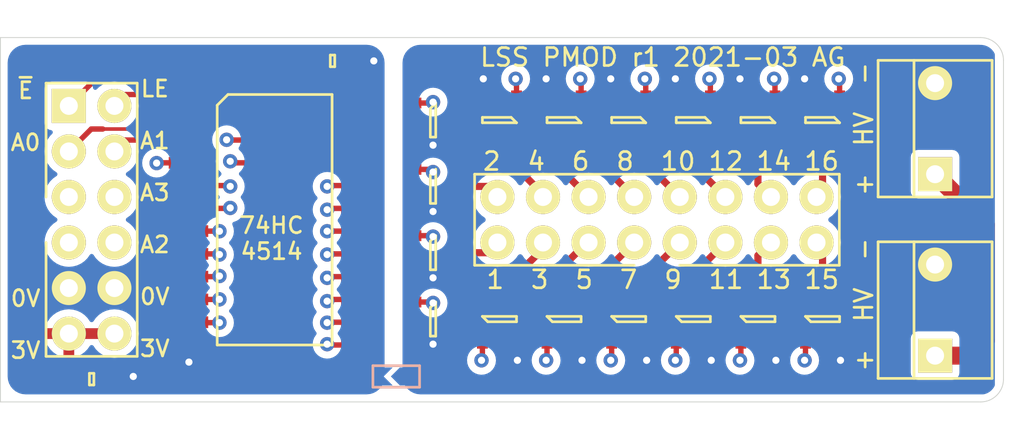
<source format=kicad_pcb>
(kicad_pcb (version 20210228) (generator pcbnew)
  (layers (0 "F.Cu" signal) (1 "In1.Cu" signal) (2 "In2.Cu" signal) (31 "B.Cu" signal) (35 "F.Paste" user) (37 "F.SilkS" user "F.Silkscreen") (38 "B.Mask" user) (39 "F.Mask" user) (44 "Edge.Cuts" user))
  (net 0 "")
  (net 1 "GND")
  (net 2 "3v3")
  (net 3 "/~E")
  (net 4 "/A3")
  (net 5 "/A2")
  (net 6 "/G11")
  (net 7 "/G12")
  (net 8 "/G9")
  (net 9 "/G10")
  (net 10 "/G15")
  (net 11 "/G16")
  (net 12 "/G13")
  (net 13 "/G14")
  (net 14 "/G1")
  (net 15 "/G3")
  (net 16 "/G2")
  (net 17 "/G4")
  (net 18 "/G5")
  (net 19 "/G6")
  (net 20 "/G7")
  (net 21 "/G8")
  (net 22 "/A1")
  (net 23 "/A0")
  (net 24 "/LE")
  (net 25 "Net-(J1-Pad1)")
  (net 26 "/HV-")
  (net 28 "/K16")
  (net 29 "/K15")
  (net 30 "/K14")
  (net 31 "/K13")
  (net 32 "/K12")
  (net 33 "/K11")
  (net 34 "/K10")
  (net 35 "/K9")
  (net 36 "/K8")
  (net 37 "/K7")
  (net 38 "/K6")
  (net 39 "/K5")
  (net 40 "/K4")
  (net 41 "/K3")
  (net 42 "/K2")
  (net 43 "/K1")
  (footprint "agg:DIL-254P-12" (layer "F.Cu") (at 106.68 111.76 -90)
    (fp_text reference "J3")
    (fp_text value "PMOD")
    (fp_line (start -7.62 -2.54) (end 7.62 -2.54) (layer "F.SilkS") (width 0.15))
    (fp_line (start -1.27 2.54) (end -7.62 2.54) (layer "F.SilkS") (width 0.15))
    (fp_line (start -7.62 2.54) (end -7.62 -2.54) (layer "F.SilkS") (width 0.15))
    (fp_line (start 7.62 2.54) (end 1.27 2.54) (layer "F.SilkS") (width 0.15))
    (fp_line (start 7.62 -2.54) (end 7.62 2.54) (layer "F.SilkS") (width 0.15))
    (pad "1" thru_hole rect (at -6.35 1.27 270) (size 1.9 1.9) (drill 1) (layers *.Cu *.Mask "F.SilkS") (net 3 "/~E"))
    (pad "2" thru_hole circle (at -6.35 -1.27 270) (size 1.9 1.9) (drill 1) (layers *.Cu *.Mask "F.SilkS") (net 24 "/LE"))
    (pad "3" thru_hole circle (at -3.81 1.27 270) (size 1.9 1.9) (drill 1) (layers *.Cu *.Mask "F.SilkS") (net 23 "/A0"))
    (pad "4" thru_hole circle (at -3.81 -1.27 270) (size 1.9 1.9) (drill 1) (layers *.Cu *.Mask "F.SilkS") (net 22 "/A1"))
    (pad "5" thru_hole circle (at -1.27 1.27 270) (size 1.9 1.9) (drill 1) (layers *.Cu *.Mask "F.SilkS"))
    (pad "6" thru_hole circle (at -1.27 -1.27 270) (size 1.9 1.9) (drill 1) (layers *.Cu *.Mask "F.SilkS") (net 4 "/A3"))
    (pad "7" thru_hole circle (at 1.27 1.27 270) (size 1.9 1.9) (drill 1) (layers *.Cu *.Mask "F.SilkS"))
    (pad "8" thru_hole circle (at 1.27 -1.27 270) (size 1.9 1.9) (drill 1) (layers *.Cu *.Mask "F.SilkS") (net 5 "/A2"))
    (pad "9" thru_hole circle (at 3.81 1.27 270) (size 1.9 1.9) (drill 1) (layers *.Cu *.Mask "F.SilkS") (net 1 "GND"))
    (pad "10" thru_hole circle (at 3.81 -1.27 270) (size 1.9 1.9) (drill 1) (layers *.Cu *.Mask "F.SilkS") (net 1 "GND"))
    (pad "11" thru_hole circle (at 6.35 1.27 270) (size 1.9 1.9) (drill 1) (layers *.Cu *.Mask "F.SilkS") (net 2 "3v3"))
    (pad "12" thru_hole circle (at 6.35 -1.27 270) (size 1.9 1.9) (drill 1) (layers *.Cu *.Mask "F.SilkS") (net 2 "3v3"))
  )
  (footprint "agg:MOLEX-KK-254P-03" (layer "F.Cu") (at 153.67 106.68 90)
    (fp_text reference "J2")
    (fp_text value "HV")
    (fp_line (start -3.81 3.175) (end -3.81 -3.175) (layer "F.SilkS") (width 0.15))
    (fp_line (start -3.81 -1.175) (end 3.81 -1.175) (layer "F.SilkS") (width 0.15))
    (fp_line (start 3.81 3.175) (end -3.81 3.175) (layer "F.SilkS") (width 0.15))
    (fp_line (start 3.81 -3.175) (end 3.81 3.175) (layer "F.SilkS") (width 0.15))
    (fp_line (start -3.81 -3.175) (end 3.81 -3.175) (layer "F.SilkS") (width 0.15))
    (pad "1" thru_hole rect (at -2.54 0 90) (size 1.9 1.9) (drill 1) (layers *.Cu *.Mask "F.SilkS") (net 25 "Net-(J1-Pad1)"))
    (pad "3" thru_hole circle (at 2.54 0 90) (size 1.9 1.9) (drill 1) (layers *.Cu *.Mask "F.SilkS") (net 26 "/HV-"))
  )
  (footprint "agg:SOT-23" (layer "F.Cu") (at 136.6 117.3 90)
    (fp_text reference "Q9")
    (fp_text value "DMN60H080DS-7")
    (fp_line (start -0.15 0.95) (end -0.15 -0.65) (layer "F.SilkS") (width 0.15))
    (fp_line (start 0.15 0.95) (end -0.15 0.95) (layer "F.SilkS") (width 0.15))
    (fp_line (start 0.15 -0.95) (end 0.15 -0.95) (layer "F.SilkS") (width 0.15))
    (fp_line (start 0.15 -0.95) (end 0.15 0.95) (layer "F.SilkS") (width 0.15))
    (fp_line (start -0.15 -0.65) (end 0.15 -0.95) (layer "F.SilkS") (width 0.15))
    (pad "1" smd rect (at -1.15 -0.95 90) (size 1 0.6) (layers "F.Cu" "F.Paste" "F.Mask") (net 8 "/G9"))
    (pad "2" smd rect (at -1.15 0.95 90) (size 1 0.6) (layers "F.Cu" "F.Paste" "F.Mask") (net 26 "/HV-"))
    (pad "3" smd rect (at 1.15 0 90) (size 1 0.6) (layers "F.Cu" "F.Paste" "F.Mask") (net 35 "/K9"))
  )
  (footprint "agg:SOT-23" (layer "F.Cu") (at 147.4 117.3 90)
    (fp_text reference "Q15")
    (fp_text value "DMN60H080DS-7")
    (fp_line (start 0.15 0.95) (end -0.15 0.95) (layer "F.SilkS") (width 0.15))
    (fp_line (start 0.15 -0.95) (end 0.15 -0.95) (layer "F.SilkS") (width 0.15))
    (fp_line (start 0.15 -0.95) (end 0.15 0.95) (layer "F.SilkS") (width 0.15))
    (fp_line (start -0.15 0.95) (end -0.15 -0.65) (layer "F.SilkS") (width 0.15))
    (fp_line (start -0.15 -0.65) (end 0.15 -0.95) (layer "F.SilkS") (width 0.15))
    (pad "1" smd rect (at -1.15 -0.95 90) (size 1 0.6) (layers "F.Cu" "F.Paste" "F.Mask") (net 10 "/G15"))
    (pad "2" smd rect (at -1.15 0.95 90) (size 1 0.6) (layers "F.Cu" "F.Paste" "F.Mask") (net 26 "/HV-"))
    (pad "3" smd rect (at 1.15 0 90) (size 1 0.6) (layers "F.Cu" "F.Paste" "F.Mask") (net 29 "/K15"))
  )
  (footprint "agg:SOT-23" (layer "F.Cu") (at 125.7 106.2)
    (fp_text reference "Q4")
    (fp_text value "DMN60H080DS-7")
    (fp_line (start -0.15 0.95) (end -0.15 -0.65) (layer "F.SilkS") (width 0.15))
    (fp_line (start -0.15 -0.65) (end 0.15 -0.95) (layer "F.SilkS") (width 0.15))
    (fp_line (start 0.15 -0.95) (end 0.15 0.95) (layer "F.SilkS") (width 0.15))
    (fp_line (start 0.15 -0.95) (end 0.15 -0.95) (layer "F.SilkS") (width 0.15))
    (fp_line (start 0.15 0.95) (end -0.15 0.95) (layer "F.SilkS") (width 0.15))
    (pad "1" smd rect (at -1.15 -0.95) (size 1 0.6) (layers "F.Cu" "F.Paste" "F.Mask") (net 17 "/G4"))
    (pad "2" smd rect (at -1.15 0.95) (size 1 0.6) (layers "F.Cu" "F.Paste" "F.Mask") (net 26 "/HV-"))
    (pad "3" smd rect (at 1.15 0) (size 1 0.6) (layers "F.Cu" "F.Paste" "F.Mask") (net 40 "/K4"))
  )
  (footprint "agg:SOT-23" (layer "F.Cu") (at 136.6 106.2 -90)
    (fp_text reference "Q10")
    (fp_text value "DMN60H080DS-7")
    (fp_line (start -0.15 0.95) (end -0.15 -0.65) (layer "F.SilkS") (width 0.15))
    (fp_line (start 0.15 -0.95) (end 0.15 0.95) (layer "F.SilkS") (width 0.15))
    (fp_line (start 0.15 0.95) (end -0.15 0.95) (layer "F.SilkS") (width 0.15))
    (fp_line (start -0.15 -0.65) (end 0.15 -0.95) (layer "F.SilkS") (width 0.15))
    (fp_line (start 0.15 -0.95) (end 0.15 -0.95) (layer "F.SilkS") (width 0.15))
    (pad "1" smd rect (at -1.15 -0.95 270) (size 1 0.6) (layers "F.Cu" "F.Paste" "F.Mask") (net 9 "/G10"))
    (pad "2" smd rect (at -1.15 0.95 270) (size 1 0.6) (layers "F.Cu" "F.Paste" "F.Mask") (net 26 "/HV-"))
    (pad "3" smd rect (at 1.15 0 270) (size 1 0.6) (layers "F.Cu" "F.Paste" "F.Mask") (net 34 "/K10"))
  )
  (footprint "agg:DIL-254P-16" (layer "F.Cu") (at 138.176 111.76)
    (fp_text reference "J4")
    (fp_text value "CATHODES")
    (fp_line (start 10.16 2.54) (end 1.27 2.54) (layer "F.SilkS") (width 0.15))
    (fp_line (start 10.16 -2.54) (end 10.16 2.54) (layer "F.SilkS") (width 0.15))
    (fp_line (start -1.27 2.54) (end -10.16 2.54) (layer "F.SilkS") (width 0.15))
    (fp_line (start -10.16 2.54) (end -10.16 -2.54) (layer "F.SilkS") (width 0.15))
    (fp_line (start -10.16 -2.54) (end 10.16 -2.54) (layer "F.SilkS") (width 0.15))
    (pad "1" thru_hole circle (at -8.89 1.27) (size 1.9 1.9) (drill 1) (layers *.Cu *.Mask "F.SilkS") (net 43 "/K1"))
    (pad "2" thru_hole circle (at -8.89 -1.27) (size 1.9 1.9) (drill 1) (layers *.Cu *.Mask "F.SilkS") (net 42 "/K2"))
    (pad "3" thru_hole circle (at -6.35 1.27) (size 1.9 1.9) (drill 1) (layers *.Cu *.Mask "F.SilkS") (net 41 "/K3"))
    (pad "4" thru_hole circle (at -6.35 -1.27) (size 1.9 1.9) (drill 1) (layers *.Cu *.Mask "F.SilkS") (net 40 "/K4"))
    (pad "5" thru_hole circle (at -3.81 1.27) (size 1.9 1.9) (drill 1) (layers *.Cu *.Mask "F.SilkS") (net 39 "/K5"))
    (pad "6" thru_hole circle (at -3.81 -1.27) (size 1.9 1.9) (drill 1) (layers *.Cu *.Mask "F.SilkS") (net 38 "/K6"))
    (pad "7" thru_hole circle (at -1.27 1.27) (size 1.9 1.9) (drill 1) (layers *.Cu *.Mask "F.SilkS") (net 37 "/K7"))
    (pad "8" thru_hole circle (at -1.27 -1.27) (size 1.9 1.9) (drill 1) (layers *.Cu *.Mask "F.SilkS") (net 36 "/K8"))
    (pad "9" thru_hole circle (at 1.27 1.27) (size 1.9 1.9) (drill 1) (layers *.Cu *.Mask "F.SilkS") (net 35 "/K9"))
    (pad "10" thru_hole circle (at 1.27 -1.27) (size 1.9 1.9) (drill 1) (layers *.Cu *.Mask "F.SilkS") (net 34 "/K10"))
    (pad "11" thru_hole circle (at 3.81 1.27) (size 1.9 1.9) (drill 1) (layers *.Cu *.Mask "F.SilkS") (net 33 "/K11"))
    (pad "12" thru_hole circle (at 3.81 -1.27) (size 1.9 1.9) (drill 1) (layers *.Cu *.Mask "F.SilkS") (net 32 "/K12"))
    (pad "13" thru_hole circle (at 6.35 1.27) (size 1.9 1.9) (drill 1) (layers *.Cu *.Mask "F.SilkS") (net 31 "/K13"))
    (pad "14" thru_hole circle (at 6.35 -1.27) (size 1.9 1.9) (drill 1) (layers *.Cu *.Mask "F.SilkS") (net 30 "/K14"))
    (pad "15" thru_hole circle (at 8.89 1.27) (size 1.9 1.9) (drill 1) (layers *.Cu *.Mask "F.SilkS") (net 29 "/K15"))
    (pad "16" thru_hole circle (at 8.89 -1.27) (size 1.9 1.9) (drill 1) (layers *.Cu *.Mask "F.SilkS") (net 28 "/K16"))
  )
  (footprint "agg:SOT-23" (layer "F.Cu") (at 125.7 113.6)
    (fp_text reference "Q1")
    (fp_text value "DMN60H080DS-7")
    (fp_line (start 0.15 -0.95) (end 0.15 0.95) (layer "F.SilkS") (width 0.15))
    (fp_line (start 0.15 -0.95) (end 0.15 -0.95) (layer "F.SilkS") (width 0.15))
    (fp_line (start -0.15 0.95) (end -0.15 -0.65) (layer "F.SilkS") (width 0.15))
    (fp_line (start 0.15 0.95) (end -0.15 0.95) (layer "F.SilkS") (width 0.15))
    (fp_line (start -0.15 -0.65) (end 0.15 -0.95) (layer "F.SilkS") (width 0.15))
    (pad "1" smd rect (at -1.15 -0.95) (size 1 0.6) (layers "F.Cu" "F.Paste" "F.Mask") (net 14 "/G1"))
    (pad "2" smd rect (at -1.15 0.95) (size 1 0.6) (layers "F.Cu" "F.Paste" "F.Mask") (net 26 "/HV-"))
    (pad "3" smd rect (at 1.15 0) (size 1 0.6) (layers "F.Cu" "F.Paste" "F.Mask") (net 43 "/K1"))
  )
  (footprint "agg:SOT-23" (layer "F.Cu") (at 125.7 109.9)
    (fp_text reference "Q2")
    (fp_text value "DMN60H080DS-7")
    (fp_line (start 0.15 0.95) (end -0.15 0.95) (layer "F.SilkS") (width 0.15))
    (fp_line (start -0.15 -0.65) (end 0.15 -0.95) (layer "F.SilkS") (width 0.15))
    (fp_line (start 0.15 -0.95) (end 0.15 0.95) (layer "F.SilkS") (width 0.15))
    (fp_line (start -0.15 0.95) (end -0.15 -0.65) (layer "F.SilkS") (width 0.15))
    (fp_line (start 0.15 -0.95) (end 0.15 -0.95) (layer "F.SilkS") (width 0.15))
    (pad "1" smd rect (at -1.15 -0.95) (size 1 0.6) (layers "F.Cu" "F.Paste" "F.Mask") (net 16 "/G2"))
    (pad "2" smd rect (at -1.15 0.95) (size 1 0.6) (layers "F.Cu" "F.Paste" "F.Mask") (net 26 "/HV-"))
    (pad "3" smd rect (at 1.15 0) (size 1 0.6) (layers "F.Cu" "F.Paste" "F.Mask") (net 42 "/K2"))
  )
  (footprint "agg:SOT-23" (layer "F.Cu") (at 143.8 117.3 90)
    (fp_text reference "Q13")
    (fp_text value "DMN60H080DS-7")
    (fp_line (start 0.15 -0.95) (end 0.15 0.95) (layer "F.SilkS") (width 0.15))
    (fp_line (start 0.15 0.95) (end -0.15 0.95) (layer "F.SilkS") (width 0.15))
    (fp_line (start 0.15 -0.95) (end 0.15 -0.95) (layer "F.SilkS") (width 0.15))
    (fp_line (start -0.15 0.95) (end -0.15 -0.65) (layer "F.SilkS") (width 0.15))
    (fp_line (start -0.15 -0.65) (end 0.15 -0.95) (layer "F.SilkS") (width 0.15))
    (pad "1" smd rect (at -1.15 -0.95 90) (size 1 0.6) (layers "F.Cu" "F.Paste" "F.Mask") (net 12 "/G13"))
    (pad "2" smd rect (at -1.15 0.95 90) (size 1 0.6) (layers "F.Cu" "F.Paste" "F.Mask") (net 26 "/HV-"))
    (pad "3" smd rect (at 1.15 0 90) (size 1 0.6) (layers "F.Cu" "F.Paste" "F.Mask") (net 31 "/K13"))
  )
  (footprint "agg:SOT-23" (layer "F.Cu") (at 147.4 106.2 -90)
    (fp_text reference "Q16")
    (fp_text value "DMN60H080DS-7")
    (fp_line (start -0.15 -0.65) (end 0.15 -0.95) (layer "F.SilkS") (width 0.15))
    (fp_line (start 0.15 -0.95) (end 0.15 0.95) (layer "F.SilkS") (width 0.15))
    (fp_line (start -0.15 0.95) (end -0.15 -0.65) (layer "F.SilkS") (width 0.15))
    (fp_line (start 0.15 0.95) (end -0.15 0.95) (layer "F.SilkS") (width 0.15))
    (fp_line (start 0.15 -0.95) (end 0.15 -0.95) (layer "F.SilkS") (width 0.15))
    (pad "1" smd rect (at -1.15 -0.95 270) (size 1 0.6) (layers "F.Cu" "F.Paste" "F.Mask") (net 11 "/G16"))
    (pad "2" smd rect (at -1.15 0.95 270) (size 1 0.6) (layers "F.Cu" "F.Paste" "F.Mask") (net 26 "/HV-"))
    (pad "3" smd rect (at 1.15 0 270) (size 1 0.6) (layers "F.Cu" "F.Paste" "F.Mask") (net 28 "/K16"))
  )
  (footprint "agg:SOT-23" (layer "F.Cu") (at 125.7 117.3)
    (fp_text reference "Q3")
    (fp_text value "DMN60H080DS-7")
    (fp_line (start 0.15 0.95) (end -0.15 0.95) (layer "F.SilkS") (width 0.15))
    (fp_line (start -0.15 0.95) (end -0.15 -0.65) (layer "F.SilkS") (width 0.15))
    (fp_line (start 0.15 -0.95) (end 0.15 -0.95) (layer "F.SilkS") (width 0.15))
    (fp_line (start 0.15 -0.95) (end 0.15 0.95) (layer "F.SilkS") (width 0.15))
    (fp_line (start -0.15 -0.65) (end 0.15 -0.95) (layer "F.SilkS") (width 0.15))
    (pad "1" smd rect (at -1.15 -0.95) (size 1 0.6) (layers "F.Cu" "F.Paste" "F.Mask") (net 15 "/G3"))
    (pad "2" smd rect (at -1.15 0.95) (size 1 0.6) (layers "F.Cu" "F.Paste" "F.Mask") (net 26 "/HV-"))
    (pad "3" smd rect (at 1.15 0) (size 1 0.6) (layers "F.Cu" "F.Paste" "F.Mask") (net 41 "/K3"))
  )
  (footprint "agg:0603" (layer "F.Cu") (at 106.68 120.65)
    (fp_text reference "C2")
    (fp_text value "100n")
    (fp_line (start 0.125 -0.325) (end 0.125 0.325) (layer "F.SilkS") (width 0.15))
    (fp_line (start -0.125 0.325) (end -0.125 -0.325) (layer "F.SilkS") (width 0.15))
    (fp_line (start -0.125 -0.325) (end 0.125 -0.325) (layer "F.SilkS") (width 0.15))
    (fp_line (start 0.125 0.325) (end -0.125 0.325) (layer "F.SilkS") (width 0.15))
    (pad "1" smd rect (at -0.8 0) (size 0.95 1) (layers "F.Cu" "F.Paste" "F.Mask") (net 2 "3v3"))
    (pad "2" smd rect (at 0.8 0) (size 0.95 1) (layers "F.Cu" "F.Paste" "F.Mask") (net 1 "GND"))
  )
  (footprint "agg:SOT-23" (layer "F.Cu") (at 133 117.3 90)
    (fp_text reference "Q7")
    (fp_text value "DMN60H080DS-7")
    (fp_line (start -0.15 -0.65) (end 0.15 -0.95) (layer "F.SilkS") (width 0.15))
    (fp_line (start 0.15 -0.95) (end 0.15 0.95) (layer "F.SilkS") (width 0.15))
    (fp_line (start -0.15 0.95) (end -0.15 -0.65) (layer "F.SilkS") (width 0.15))
    (fp_line (start 0.15 0.95) (end -0.15 0.95) (layer "F.SilkS") (width 0.15))
    (fp_line (start 0.15 -0.95) (end 0.15 -0.95) (layer "F.SilkS") (width 0.15))
    (pad "1" smd rect (at -1.15 -0.95 90) (size 1 0.6) (layers "F.Cu" "F.Paste" "F.Mask") (net 20 "/G7"))
    (pad "2" smd rect (at -1.15 0.95 90) (size 1 0.6) (layers "F.Cu" "F.Paste" "F.Mask") (net 26 "/HV-"))
    (pad "3" smd rect (at 1.15 0 90) (size 1 0.6) (layers "F.Cu" "F.Paste" "F.Mask") (net 37 "/K7"))
  )
  (footprint "agg:SOT-23" (layer "F.Cu") (at 129.4 117.3 90)
    (fp_text reference "Q5")
    (fp_text value "DMN60H080DS-7")
    (fp_line (start -0.15 0.95) (end -0.15 -0.65) (layer "F.SilkS") (width 0.15))
    (fp_line (start 0.15 0.95) (end -0.15 0.95) (layer "F.SilkS") (width 0.15))
    (fp_line (start 0.15 -0.95) (end 0.15 -0.95) (layer "F.SilkS") (width 0.15))
    (fp_line (start -0.15 -0.65) (end 0.15 -0.95) (layer "F.SilkS") (width 0.15))
    (fp_line (start 0.15 -0.95) (end 0.15 0.95) (layer "F.SilkS") (width 0.15))
    (pad "1" smd rect (at -1.15 -0.95 90) (size 1 0.6) (layers "F.Cu" "F.Paste" "F.Mask") (net 18 "/G5"))
    (pad "2" smd rect (at -1.15 0.95 90) (size 1 0.6) (layers "F.Cu" "F.Paste" "F.Mask") (net 26 "/HV-"))
    (pad "3" smd rect (at 1.15 0 90) (size 1 0.6) (layers "F.Cu" "F.Paste" "F.Mask") (net 39 "/K5"))
  )
  (footprint "agg:SOT-23" (layer "F.Cu") (at 129.4 106.2 -90)
    (fp_text reference "Q6")
    (fp_text value "DMN60H080DS-7")
    (fp_line (start -0.15 -0.65) (end 0.15 -0.95) (layer "F.SilkS") (width 0.15))
    (fp_line (start 0.15 0.95) (end -0.15 0.95) (layer "F.SilkS") (width 0.15))
    (fp_line (start 0.15 -0.95) (end 0.15 0.95) (layer "F.SilkS") (width 0.15))
    (fp_line (start 0.15 -0.95) (end 0.15 -0.95) (layer "F.SilkS") (width 0.15))
    (fp_line (start -0.15 0.95) (end -0.15 -0.65) (layer "F.SilkS") (width 0.15))
    (pad "1" smd rect (at -1.15 -0.95 270) (size 1 0.6) (layers "F.Cu" "F.Paste" "F.Mask") (net 19 "/G6"))
    (pad "2" smd rect (at -1.15 0.95 270) (size 1 0.6) (layers "F.Cu" "F.Paste" "F.Mask") (net 26 "/HV-"))
    (pad "3" smd rect (at 1.15 0 270) (size 1 0.6) (layers "F.Cu" "F.Paste" "F.Mask") (net 38 "/K6"))
  )
  (footprint "agg:SOT-23" (layer "F.Cu") (at 140.2 106.2 -90)
    (fp_text reference "Q12")
    (fp_text value "DMN60H080DS-7")
    (fp_line (start 0.15 -0.95) (end 0.15 0.95) (layer "F.SilkS") (width 0.15))
    (fp_line (start -0.15 0.95) (end -0.15 -0.65) (layer "F.SilkS") (width 0.15))
    (fp_line (start 0.15 -0.95) (end 0.15 -0.95) (layer "F.SilkS") (width 0.15))
    (fp_line (start 0.15 0.95) (end -0.15 0.95) (layer "F.SilkS") (width 0.15))
    (fp_line (start -0.15 -0.65) (end 0.15 -0.95) (layer "F.SilkS") (width 0.15))
    (pad "1" smd rect (at -1.15 -0.95 270) (size 1 0.6) (layers "F.Cu" "F.Paste" "F.Mask") (net 7 "/G12"))
    (pad "2" smd rect (at -1.15 0.95 270) (size 1 0.6) (layers "F.Cu" "F.Paste" "F.Mask") (net 26 "/HV-"))
    (pad "3" smd rect (at 1.15 0 270) (size 1 0.6) (layers "F.Cu" "F.Paste" "F.Mask") (net 32 "/K12"))
  )
  (footprint "agg:SOT-23" (layer "F.Cu") (at 140.2 117.3 90)
    (fp_text reference "Q11")
    (fp_text value "DMN60H080DS-7")
    (fp_line (start -0.15 -0.65) (end 0.15 -0.95) (layer "F.SilkS") (width 0.15))
    (fp_line (start 0.15 0.95) (end -0.15 0.95) (layer "F.SilkS") (width 0.15))
    (fp_line (start -0.15 0.95) (end -0.15 -0.65) (layer "F.SilkS") (width 0.15))
    (fp_line (start 0.15 -0.95) (end 0.15 -0.95) (layer "F.SilkS") (width 0.15))
    (fp_line (start 0.15 -0.95) (end 0.15 0.95) (layer "F.SilkS") (width 0.15))
    (pad "1" smd rect (at -1.15 -0.95 90) (size 1 0.6) (layers "F.Cu" "F.Paste" "F.Mask") (net 6 "/G11"))
    (pad "2" smd rect (at -1.15 0.95 90) (size 1 0.6) (layers "F.Cu" "F.Paste" "F.Mask") (net 26 "/HV-"))
    (pad "3" smd rect (at 1.15 0 90) (size 1 0.6) (layers "F.Cu" "F.Paste" "F.Mask") (net 33 "/K11"))
  )
  (footprint "agg:0603" (layer "F.Cu") (at 120.1 102.9 180)
    (fp_text reference "C1")
    (fp_text value "100n")
    (fp_line (start -0.125 0.325) (end -0.125 -0.325) (layer "F.SilkS") (width 0.15))
    (fp_line (start 0.125 -0.325) (end 0.125 0.325) (layer "F.SilkS") (width 0.15))
    (fp_line (start -0.125 -0.325) (end 0.125 -0.325) (layer "F.SilkS") (width 0.15))
    (fp_line (start 0.125 0.325) (end -0.125 0.325) (layer "F.SilkS") (width 0.15))
    (pad "1" smd rect (at -0.8 0 180) (size 0.95 1) (layers "F.Cu" "F.Paste" "F.Mask") (net 1 "GND"))
    (pad "2" smd rect (at 0.8 0 180) (size 0.95 1) (layers "F.Cu" "F.Paste" "F.Mask") (net 2 "3v3"))
  )
  (footprint "agg:SOIC-24-W" (layer "F.Cu") (at 116.875 111.76)
    (fp_text reference "IC1")
    (fp_text value "74HC4514")
    (fp_line (start -3.2 6.985) (end -3.2 -6.385) (layer "F.SilkS") (width 0.15))
    (fp_line (start 3.2 6.985) (end -3.2 6.985) (layer "F.SilkS") (width 0.15))
    (fp_line (start -3.2 -6.385) (end -2.6 -6.985) (layer "F.SilkS") (width 0.15))
    (fp_line (start 3.2 -6.985) (end 3.2 6.985) (layer "F.SilkS") (width 0.15))
    (fp_line (start -2.6 -6.985) (end 3.2 -6.985) (layer "F.SilkS") (width 0.15))
    (pad "1" smd rect (at -4.8 -6.985) (size 2.2 0.65) (layers "F.Cu" "F.Paste" "F.Mask") (net 24 "/LE"))
    (pad "2" smd rect (at -4.8 -5.715) (size 2.2 0.65) (layers "F.Cu" "F.Paste" "F.Mask") (net 23 "/A0"))
    (pad "3" smd rect (at -4.8 -4.445) (size 2.2 0.65) (layers "F.Cu" "F.Paste" "F.Mask") (net 22 "/A1"))
    (pad "4" smd rect (at -4.8 -3.175) (size 2.2 0.65) (layers "F.Cu" "F.Paste" "F.Mask") (net 21 "/G8"))
    (pad "5" smd rect (at -4.8 -1.905) (size 2.2 0.65) (layers "F.Cu" "F.Paste" "F.Mask") (net 20 "/G7"))
    (pad "6" smd rect (at -4.8 -0.635) (size 2.2 0.65) (layers "F.Cu" "F.Paste" "F.Mask") (net 19 "/G6"))
    (pad "7" smd rect (at -4.8 0.635) (size 2.2 0.65) (layers "F.Cu" "F.Paste" "F.Mask") (net 18 "/G5"))
    (pad "8" smd rect (at -4.8 1.905) (size 2.2 0.65) (layers "F.Cu" "F.Paste" "F.Mask") (net 17 "/G4"))
    (pad "9" smd rect (at -4.8 3.175) (size 2.2 0.65) (layers "F.Cu" "F.Paste" "F.Mask") (net 16 "/G2"))
    (pad "10" smd rect (at -4.8 4.445) (size 2.2 0.65) (layers "F.Cu" "F.Paste" "F.Mask") (net 15 "/G3"))
    (pad "11" smd rect (at -4.8 5.715) (size 2.2 0.65) (layers "F.Cu" "F.Paste" "F.Mask") (net 14 "/G1"))
    (pad "12" smd rect (at -4.8 6.985) (size 2.2 0.65) (layers "F.Cu" "F.Paste" "F.Mask") (net 1 "GND"))
    (pad "13" smd rect (at 4.8 6.985) (size 2.2 0.65) (layers "F.Cu" "F.Paste" "F.Mask") (net 13 "/G14"))
    (pad "14" smd rect (at 4.8 5.715) (size 2.2 0.65) (layers "F.Cu" "F.Paste" "F.Mask") (net 12 "/G13"))
    (pad "15" smd rect (at 4.8 4.445) (size 2.2 0.65) (layers "F.Cu" "F.Paste" "F.Mask") (net 11 "/G16"))
    (pad "16" smd rect (at 4.8 3.175) (size 2.2 0.65) (layers "F.Cu" "F.Paste" "F.Mask") (net 10 "/G15"))
    (pad "17" smd rect (at 4.8 1.905) (size 2.2 0.65) (layers "F.Cu" "F.Paste" "F.Mask") (net 9 "/G10"))
    (pad "18" smd rect (at 4.8 0.635) (size 2.2 0.65) (layers "F.Cu" "F.Paste" "F.Mask") (net 8 "/G9"))
    (pad "19" smd rect (at 4.8 -0.635) (size 2.2 0.65) (layers "F.Cu" "F.Paste" "F.Mask") (net 7 "/G12"))
    (pad "20" smd rect (at 4.8 -1.905) (size 2.2 0.65) (layers "F.Cu" "F.Paste" "F.Mask") (net 6 "/G11"))
    (pad "21" smd rect (at 4.8 -3.175) (size 2.2 0.65) (layers "F.Cu" "F.Paste" "F.Mask") (net 5 "/A2"))
    (pad "22" smd rect (at 4.8 -4.445) (size 2.2 0.65) (layers "F.Cu" "F.Paste" "F.Mask") (net 4 "/A3"))
    (pad "23" smd rect (at 4.8 -5.715) (size 2.2 0.65) (layers "F.Cu" "F.Paste" "F.Mask") (net 3 "/~E"))
    (pad "24" smd rect (at 4.8 -6.985) (size 2.2 0.65) (layers "F.Cu" "F.Paste" "F.Mask") (net 2 "3v3"))
  )
  (footprint "agg:SOT-23" (layer "F.Cu") (at 133 106.2 -90)
    (fp_text reference "Q8")
    (fp_text value "DMN60H080DS-7")
    (fp_line (start -0.15 -0.65) (end 0.15 -0.95) (layer "F.SilkS") (width 0.15))
    (fp_line (start 0.15 -0.95) (end 0.15 -0.95) (layer "F.SilkS") (width 0.15))
    (fp_line (start -0.15 0.95) (end -0.15 -0.65) (layer "F.SilkS") (width 0.15))
    (fp_line (start 0.15 -0.95) (end 0.15 0.95) (layer "F.SilkS") (width 0.15))
    (fp_line (start 0.15 0.95) (end -0.15 0.95) (layer "F.SilkS") (width 0.15))
    (pad "1" smd rect (at -1.15 -0.95 270) (size 1 0.6) (layers "F.Cu" "F.Paste" "F.Mask") (net 21 "/G8"))
    (pad "2" smd rect (at -1.15 0.95 270) (size 1 0.6) (layers "F.Cu" "F.Paste" "F.Mask") (net 26 "/HV-"))
    (pad "3" smd rect (at 1.15 0 270) (size 1 0.6) (layers "F.Cu" "F.Paste" "F.Mask") (net 36 "/K8"))
  )
  (footprint "agg:MOLEX-KK-254P-03" (layer "F.Cu") (at 153.67 116.8 90)
    (fp_text reference "J1")
    (fp_text value "HV")
    (fp_line (start -3.81 3.175) (end -3.81 -3.175) (layer "F.SilkS") (width 0.15))
    (fp_line (start -3.81 -1.175) (end 3.81 -1.175) (layer "F.SilkS") (width 0.15))
    (fp_line (start 3.81 -3.175) (end 3.81 3.175) (layer "F.SilkS") (width 0.15))
    (fp_line (start 3.81 3.175) (end -3.81 3.175) (layer "F.SilkS") (width 0.15))
    (fp_line (start -3.81 -3.175) (end 3.81 -3.175) (layer "F.SilkS") (width 0.15))
    (pad "1" thru_hole rect (at -2.54 0 90) (size 1.9 1.9) (drill 1) (layers *.Cu *.Mask "F.SilkS") (net 25 "Net-(J1-Pad1)"))
    (pad "3" thru_hole circle (at 2.54 0 90) (size 1.9 1.9) (drill 1) (layers *.Cu *.Mask "F.SilkS") (net 26 "/HV-"))
  )
  (footprint "agg:SOT-23" (layer "F.Cu") (at 143.8 106.2 -90)
    (fp_text reference "Q14")
    (fp_text value "DMN60H080DS-7")
    (fp_line (start 0.15 -0.95) (end 0.15 -0.95) (layer "F.SilkS") (width 0.15))
    (fp_line (start -0.15 -0.65) (end 0.15 -0.95) (layer "F.SilkS") (width 0.15))
    (fp_line (start -0.15 0.95) (end -0.15 -0.65) (layer "F.SilkS") (width 0.15))
    (fp_line (start 0.15 0.95) (end -0.15 0.95) (layer "F.SilkS") (width 0.15))
    (fp_line (start 0.15 -0.95) (end 0.15 0.95) (layer "F.SilkS") (width 0.15))
    (pad "1" smd rect (at -1.15 -0.95 270) (size 1 0.6) (layers "F.Cu" "F.Paste" "F.Mask") (net 13 "/G14"))
    (pad "2" smd rect (at -1.15 0.95 270) (size 1 0.6) (layers "F.Cu" "F.Paste" "F.Mask") (net 26 "/HV-"))
    (pad "3" smd rect (at 1.15 0 270) (size 1 0.6) (layers "F.Cu" "F.Paste" "F.Mask") (net 30 "/K14"))
  )
  (footprint "agg:SJ2" (layer "B.Cu") (at 123.5 120.5 180)
    (fp_text reference "J5")
    (fp_text value "SJ2")
    (fp_line (start 1.15 0.6) (end -1.45 0.6) (layer "B.SilkS") (width 0.15))
    (fp_line (start -1.45 0.6) (end -1.45 -0.6) (layer "B.SilkS") (width 0.15))
    (fp_line (start -1.45 -0.6) (end 1.15 -0.6) (layer "B.SilkS") (width 0.15))
    (fp_line (start 1.15 -0.6) (end 1.15 0.6) (layer "B.SilkS") (width 0.15))
    (pad "1" smd custom (at -0.85 0 180) (size 1 1) (layers "B.Cu" "B.Mask") (net 26 "/HV-") (options (clearance outline) (anchor rect)) (primitives (gr_poly (pts (xy 0.5 -0.5) (xy 1 0) (xy 0.5 0.5)) (width 0) (fill yes))))
    (pad "2" smd custom (at 0.85 0 180) (size 0.4 0.4) (layers "B.Cu" "B.Mask") (net 1 "GND") (options (clearance outline) (anchor rect)) (primitives (gr_poly (pts (xy -0.8 -0.5) (xy -0.3 0) (xy -0.8 0.5) (xy 0.2 0.5) (xy 0.2 -0.5)) (width 0) (fill yes))))
  )
  (gr_arc (start 156.21 102.87) (end 156.21 101.6) (angle 90) (layer "Edge.Cuts") (width 0.05))
  (gr_line (start 156.21 101.6) (end 101.6 101.6) (layer "Edge.Cuts") (width 0.05))
  (gr_arc (start 156.21 120.65) (end 157.48 120.65) (angle 90) (layer "Edge.Cuts") (width 0.05))
  (gr_line (start 101.6 121.92) (end 156.21 121.92) (layer "Edge.Cuts") (width 0.05))
  (gr_line (start 157.48 120.65) (end 157.48 102.87) (layer "Edge.Cuts") (width 0.05))
  (gr_line (start 101.6 101.6) (end 101.6 121.92) (layer "Edge.Cuts") (width 0.05))
  (gr_text "74HC\n4514" (at 116.7 112.8) (layer "F.SilkS") (effects (font (size 0.9 0.9))))
  (gr_text "LSS PMOD r1 2021-03 AG" (at 138.5 102.7) (layer "F.SilkS") (effects (font (size 1 1))))
  (gr_text "LE\n\nA1\n\nA3\n\nA2\n\n0V\n\n3V" (at 110.2 111.7) (layer "F.SilkS") (effects (font (size 0.9 0.9))))
  (gr_text "1  3  5  7  9  11 13 15" (at 138.5 115.1) (layer "F.SilkS") (effects (font (size 1 1))))
  (gr_text "~E~\n\nA0\n\n\n\n\n\n0V\n\n3V" (at 103 111.8) (layer "F.SilkS") (effects (font (size 0.9 0.9))))
  (gr_text "+  HV  -" (at 149.7 116.5 90) (layer "F.SilkS") (effects (font (size 1 1))))
  (gr_text "+  HV  -" (at 149.7 106.7 90) (layer "F.SilkS") (effects (font (size 1 1))))
  (gr_text "2  4  6  8  10 12 14 16" (at 138.4 108.5) (layer "F.SilkS") (effects (font (size 1 1))))
  (segment (start 120.9 102.9) (end 122.4 102.9) (width 0.6) (layer "F.Cu") (net 1))
  (segment (start 107.48 120.65) (end 108.85 120.65) (width 0.6) (layer "F.Cu") (net 1))
  (segment (start 108.85 120.65) (end 109 120.5) (width 0.6) (layer "F.Cu") (net 1))
  (segment (start 112.075 118.745) (end 112.075 119.675) (width 0.3) (layer "F.Cu") (net 1))
  (segment (start 112.075 119.675) (end 112.1 119.7) (width 0.3) (layer "F.Cu") (net 1))
  (via (at 122.4 102.9) (size 0.8) (drill 0.4) (layers "F.Cu" "B.Cu") (net 1))
  (via (at 112.1 119.7) (size 0.8) (drill 0.4) (layers "F.Cu" "B.Cu") (net 1))
  (via (at 109 120.5) (size 0.8) (drill 0.4) (layers "F.Cu" "B.Cu") (net 1))
  (segment (start 103.8 102.6) (end 114.4 102.6) (width 0.6) (layer "F.Cu") (net 2))
  (segment (start 105.41 118.11) (end 107.95 118.11) (width 0.6) (layer "F.Cu") (net 2))
  (segment (start 103 111.6) (end 103 103.4) (width 0.6) (layer "F.Cu") (net 2))
  (segment (start 119.3 104.1) (end 119.3 102.9) (width 0.6) (layer "F.Cu") (net 2))
  (segment (start 105.41 118.11) (end 103.61 118.11) (width 0.6) (layer "F.Cu") (net 2))
  (segment (start 105.41 120.18) (end 105.88 120.65) (width 0.6) (layer "F.Cu") (net 2))
  (segment (start 121.7 104.75) (end 121.675 104.775) (width 0.3) (layer "F.Cu") (net 2))
  (segment (start 114.7 102.9) (end 119.3 102.9) (width 0.6) (layer "F.Cu") (net 2))
  (segment (start 103 117.5) (end 103 111.6) (width 0.6) (layer "F.Cu") (net 2))
  (segment (start 119.975 104.775) (end 119.3 104.1) (width 0.6) (layer "F.Cu") (net 2))
  (segment (start 103 103.4) (end 103.8 102.6) (width 0.6) (layer "F.Cu") (net 2))
  (segment (start 114.4 102.6) (end 114.7 102.9) (width 0.6) (layer "F.Cu") (net 2))
  (segment (start 105.41 118.11) (end 105.41 120.18) (width 0.6) (layer "F.Cu") (net 2))
  (segment (start 121.675 104.775) (end 119.975 104.775) (width 0.6) (layer "F.Cu") (net 2))
  (segment (start 103.61 118.11) (end 103 117.5) (width 0.6) (layer "F.Cu") (net 2))
  (segment (start 103 111.6) (end 103 110.5) (width 0.6) (layer "F.Cu") (net 2))
  (segment (start 113.8 103.6) (end 107.22 103.6) (width 0.3) (layer "F.Cu") (net 3))
  (segment (start 116.245 106.045) (end 113.8 103.6) (width 0.3) (layer "F.Cu") (net 3))
  (segment (start 121.675 106.045) (end 116.245 106.045) (width 0.3) (layer "F.Cu") (net 3))
  (segment (start 107.22 103.6) (end 105.41 105.41) (width 0.3) (layer "F.Cu") (net 3))
  (segment (start 114.215 107.315) (end 114.2 107.3) (width 0.3) (layer "F.Cu") (net 4))
  (segment (start 121.675 107.315) (end 114.215 107.315) (width 0.3) (layer "F.Cu") (net 4))
  (via (at 114.2 107.3) (size 0.8) (drill 0.4) (layers "F.Cu" "B.Cu") (net 4))
  (segment (start 121.675 108.585) (end 114.485 108.585) (width 0.3) (layer "F.Cu") (net 5))
  (segment (start 114.485 108.585) (end 114.4 108.5) (width 0.3) (layer "F.Cu") (net 5))
  (via (at 114.4 108.5) (size 0.8) (drill 0.4) (layers "F.Cu" "B.Cu") (net 5))
  (segment (start 119.845 109.855) (end 119.8 109.9) (width 0.3) (layer "F.Cu") (net 6))
  (segment (start 139.25 118.45) (end 139.25 119.55) (width 0.3) (layer "F.Cu") (net 6))
  (segment (start 139.25 119.55) (end 139.2 119.6) (width 0.3) (layer "F.Cu") (net 6))
  (segment (start 121.675 109.855) (end 119.845 109.855) (width 0.3) (layer "F.Cu") (net 6))
  (via (at 139.2 119.6) (size 0.8) (drill 0.4) (layers "F.Cu" "B.Cu") (net 6))
  (via (at 119.8 109.9) (size 0.8) (drill 0.4) (layers "F.Cu" "B.Cu") (net 6))
  (segment (start 141.15 103.95) (end 141.1 103.9) (width 0.3) (layer "F.Cu") (net 7))
  (segment (start 119.875 111.125) (end 119.8 111.2) (width 0.3) (layer "F.Cu") (net 7))
  (segment (start 141.15 105.05) (end 141.15 103.95) (width 0.3) (layer "F.Cu") (net 7))
  (segment (start 121.675 111.125) (end 119.875 111.125) (width 0.3) (layer "F.Cu") (net 7))
  (via (at 119.8 111.2) (size 0.8) (drill 0.4) (layers "F.Cu" "B.Cu") (net 7))
  (via (at 141.1 103.9) (size 0.8) (drill 0.4) (layers "F.Cu" "B.Cu") (net 7))
  (segment (start 135.65 118.45) (end 135.65 119.55) (width 0.3) (layer "F.Cu") (net 8))
  (segment (start 121.675 112.395) (end 119.805 112.395) (width 0.3) (layer "F.Cu") (net 8))
  (segment (start 135.65 119.55) (end 135.6 119.6) (width 0.3) (layer "F.Cu") (net 8))
  (segment (start 119.805 112.395) (end 119.8 112.4) (width 0.3) (layer "F.Cu") (net 8))
  (via (at 135.6 119.6) (size 0.8) (drill 0.4) (layers "F.Cu" "B.Cu") (net 8))
  (via (at 119.8 112.4) (size 0.8) (drill 0.4) (layers "F.Cu" "B.Cu") (net 8))
  (segment (start 121.675 113.665) (end 119.835 113.665) (width 0.3) (layer "F.Cu") (net 9))
  (segment (start 137.55 103.95) (end 137.5 103.9) (width 0.3) (layer "F.Cu") (net 9))
  (segment (start 119.835 113.665) (end 119.8 113.7) (width 0.3) (layer "F.Cu") (net 9))
  (segment (start 137.55 105.05) (end 137.55 103.95) (width 0.3) (layer "F.Cu") (net 9))
  (via (at 137.5 103.9) (size 0.8) (drill 0.4) (layers "F.Cu" "B.Cu") (net 9))
  (via (at 119.8 113.7) (size 0.8) (drill 0.4) (layers "F.Cu" "B.Cu") (net 9))
  (segment (start 119.865 114.935) (end 119.8 115) (width 0.3) (layer "F.Cu") (net 10))
  (segment (start 146.45 119.55) (end 146.4 119.6) (width 0.3) (layer "F.Cu") (net 10))
  (segment (start 121.675 114.935) (end 119.865 114.935) (width 0.3) (layer "F.Cu") (net 10))
  (segment (start 146.45 118.45) (end 146.45 119.55) (width 0.3) (layer "F.Cu") (net 10))
  (via (at 119.8 115) (size 0.8) (drill 0.4) (layers "F.Cu" "B.Cu") (net 10))
  (via (at 146.4 119.6) (size 0.8) (drill 0.4) (layers "F.Cu" "B.Cu") (net 10))
  (segment (start 121.675 116.205) (end 119.895 116.205) (width 0.3) (layer "F.Cu") (net 11))
  (segment (start 148.35 103.95) (end 148.3 103.9) (width 0.3) (layer "F.Cu") (net 11))
  (segment (start 148.35 105.05) (end 148.35 103.95) (width 0.3) (layer "F.Cu") (net 11))
  (segment (start 119.895 116.205) (end 119.8 116.3) (width 0.3) (layer "F.Cu") (net 11))
  (via (at 119.8 116.3) (size 0.8) (drill 0.4) (layers "F.Cu" "B.Cu") (net 11))
  (via (at 148.3 103.9) (size 0.8) (drill 0.4) (layers "F.Cu" "B.Cu") (net 11))
  (segment (start 142.85 118.45) (end 142.85 119.55) (width 0.3) (layer "F.Cu") (net 12))
  (segment (start 142.85 119.55) (end 142.8 119.6) (width 0.3) (layer "F.Cu") (net 12))
  (segment (start 121.675 117.475) (end 119.825 117.475) (width 0.3) (layer "F.Cu") (net 12))
  (segment (start 119.825 117.475) (end 119.8 117.5) (width 0.3) (layer "F.Cu") (net 12))
  (via (at 119.8 117.5) (size 0.8) (drill 0.4) (layers "F.Cu" "B.Cu") (net 12))
  (via (at 142.8 119.6) (size 0.8) (drill 0.4) (layers "F.Cu" "B.Cu") (net 12))
  (segment (start 144.75 103.95) (end 144.7 103.9) (width 0.3) (layer "F.Cu") (net 13))
  (segment (start 119.845 118.745) (end 119.8 118.7) (width 0.3) (layer "F.Cu") (net 13))
  (segment (start 144.75 105.05) (end 144.75 103.95) (width 0.3) (layer "F.Cu") (net 13))
  (segment (start 121.675 118.745) (end 119.845 118.745) (width 0.3) (layer "F.Cu") (net 13))
  (via (at 144.7 103.9) (size 0.8) (drill 0.4) (layers "F.Cu" "B.Cu") (net 13))
  (via (at 119.8 118.7) (size 0.8) (drill 0.4) (layers "F.Cu" "B.Cu") (net 13))
  (segment (start 112.075 117.475) (end 112.1 117.5) (width 0.3) (layer "F.Cu") (net 14))
  (segment (start 124.55 112.65) (end 125.65 112.65) (width 0.3) (layer "F.Cu") (net 14))
  (segment (start 112.1 117.5) (end 113.8 117.5) (width 0.3) (layer "F.Cu") (net 14))
  (segment (start 125.65 112.65) (end 125.7 112.7) (width 0.3) (layer "F.Cu") (net 14))
  (via (at 113.8 117.5) (size 0.8) (drill 0.4) (layers "F.Cu" "B.Cu") (net 14))
  (via (at 125.7 112.7) (size 0.8) (drill 0.4) (layers "F.Cu" "B.Cu") (net 14))
  (segment (start 112.075 116.205) (end 113.795 116.205) (width 0.3) (layer "F.Cu") (net 15))
  (segment (start 125.65 116.35) (end 125.7 116.4) (width 0.3) (layer "F.Cu") (net 15))
  (segment (start 113.795 116.205) (end 113.8 116.2) (width 0.3) (layer "F.Cu") (net 15))
  (segment (start 124.55 116.35) (end 125.65 116.35) (width 0.3) (layer "F.Cu") (net 15))
  (via (at 125.7 116.4) (size 0.8) (drill 0.4) (layers "F.Cu" "B.Cu") (net 15))
  (via (at 113.8 116.2) (size 0.8) (drill 0.4) (layers "F.Cu" "B.Cu") (net 15))
  (segment (start 113.765 114.935) (end 113.8 114.9) (width 0.3) (layer "F.Cu") (net 16))
  (segment (start 125.55 108.95) (end 125.7 109.1) (width 0.3) (layer "F.Cu") (net 16))
  (segment (start 124.55 108.95) (end 125.55 108.95) (width 0.3) (layer "F.Cu") (net 16))
  (segment (start 112.075 114.935) (end 113.765 114.935) (width 0.3) (layer "F.Cu") (net 16))
  (via (at 113.8 114.9) (size 0.8) (drill 0.4) (layers "F.Cu" "B.Cu") (net 16))
  (via (at 125.7 109.1) (size 0.8) (drill 0.4) (layers "F.Cu" "B.Cu") (net 16))
  (segment (start 113.765 113.665) (end 113.8 113.7) (width 0.3) (layer "F.Cu") (net 17))
  (segment (start 124.55 105.25) (end 125.65 105.25) (width 0.3) (layer "F.Cu") (net 17))
  (segment (start 125.65 105.25) (end 125.7 105.2) (width 0.3) (layer "F.Cu") (net 17))
  (segment (start 112.075 113.665) (end 113.765 113.665) (width 0.3) (layer "F.Cu") (net 17))
  (via (at 113.8 113.7) (size 0.8) (drill 0.4) (layers "F.Cu" "B.Cu") (net 17))
  (via (at 125.7 105.2) (size 0.8) (drill 0.4) (layers "F.Cu" "B.Cu") (net 17))
  (segment (start 113.795 112.395) (end 113.8 112.4) (width 0.3) (layer "F.Cu") (net 18))
  (segment (start 128.45 119.55) (end 128.4 119.6) (width 0.3) (layer "F.Cu") (net 18))
  (segment (start 128.45 118.45) (end 128.45 119.55) (width 0.3) (layer "F.Cu") (net 18))
  (segment (start 112.075 112.395) (end 113.795 112.395) (width 0.3) (layer "F.Cu") (net 18))
  (via (at 113.8 112.4) (size 0.8) (drill 0.4) (layers "F.Cu" "B.Cu") (net 18))
  (via (at 128.4 119.6) (size 0.8) (drill 0.4) (layers "F.Cu" "B.Cu") (net 18))
  (segment (start 130.35 103.95) (end 130.3 103.9) (width 0.3) (layer "F.Cu") (net 19))
  (segment (start 112.075 111.125) (end 114.375 111.125) (width 0.3) (layer "F.Cu") (net 19))
  (segment (start 114.375 111.125) (end 114.4 111.1) (width 0.3) (layer "F.Cu") (net 19))
  (segment (start 130.35 105.05) (end 130.35 103.95) (width 0.3) (layer "F.Cu") (net 19))
  (via (at 114.4 111.1) (size 0.8) (drill 0.4) (layers "F.Cu" "B.Cu") (net 19))
  (via (at 130.3 103.9) (size 0.8) (drill 0.4) (layers "F.Cu" "B.Cu") (net 19))
  (segment (start 112.075 109.855) (end 114.355 109.855) (width 0.3) (layer "F.Cu") (net 20))
  (segment (start 132.05 119.55) (end 132 119.6) (width 0.3) (layer "F.Cu") (net 20))
  (segment (start 132.05 118.45) (end 132.05 119.55) (width 0.3) (layer "F.Cu") (net 20))
  (segment (start 114.355 109.855) (end 114.4 109.9) (width 0.3) (layer "F.Cu") (net 20))
  (via (at 114.4 109.9) (size 0.8) (drill 0.4) (layers "F.Cu" "B.Cu") (net 20))
  (via (at 132 119.6) (size 0.8) (drill 0.4) (layers "F.Cu" "B.Cu") (net 20))
  (segment (start 112.075 108.585) (end 110.315 108.585) (width 0.3) (layer "F.Cu") (net 21))
  (segment (start 133.95 103.95) (end 133.9 103.9) (width 0.3) (layer "F.Cu") (net 21))
  (segment (start 133.95 105.05) (end 133.95 103.95) (width 0.3) (layer "F.Cu") (net 21))
  (segment (start 110.315 108.585) (end 110.3 108.6) (width 0.3) (layer "F.Cu") (net 21))
  (via (at 133.9 103.9) (size 0.8) (drill 0.4) (layers "F.Cu" "B.Cu") (net 21))
  (via (at 110.3 108.6) (size 0.8) (drill 0.4) (layers "F.Cu" "B.Cu") (net 21))
  (segment (start 112.075 107.315) (end 108.585 107.315) (width 0.3) (layer "F.Cu") (net 22))
  (segment (start 108.585 107.315) (end 107.95 107.95) (width 0.3) (layer "F.Cu") (net 22))
  (segment (start 107.3 106.7) (end 106.66 106.7) (width 0.3) (layer "F.Cu") (net 23))
  (segment (start 108.8 106.7) (end 107.3 106.7) (width 0.2) (layer "F.Cu") (net 23))
  (segment (start 112.075 106.045) (end 109.455 106.045) (width 0.3) (layer "F.Cu") (net 23))
  (segment (start 106.66 106.7) (end 105.41 107.95) (width 0.3) (layer "F.Cu") (net 23))
  (segment (start 109.455 106.045) (end 108.8 106.7) (width 0.3) (layer "F.Cu") (net 23))
  (segment (start 112.075 104.775) (end 108.585 104.775) (width 0.3) (layer "F.Cu") (net 24))
  (segment (start 108.585 104.775) (end 107.95 105.41) (width 0.3) (layer "F.Cu") (net 24))
  (segment (start 156.5 112.05) (end 153.67 109.22) (width 1) (layer "F.Cu") (net 25))
  (segment (start 155.66 119.34) (end 156.5 118.5) (width 1) (layer "F.Cu") (net 25))
  (segment (start 156.5 118.5) (end 156.5 112.05) (width 1) (layer "F.Cu") (net 25))
  (segment (start 153.67 119.34) (end 155.66 119.34) (width 1) (layer "F.Cu") (net 25))
  (segment (start 141.15 118.45) (end 141.15 119.55) (width 0.6) (layer "F.Cu") (net 26))
  (segment (start 125.25 107.15) (end 125.7 107.6) (width 0.6) (layer "F.Cu") (net 26))
  (segment (start 128.45 103.95) (end 128.5 103.9) (width 0.6) (layer "F.Cu") (net 26))
  (segment (start 144.75 118.45) (end 144.75 119.55) (width 0.6) (layer "F.Cu") (net 26))
  (segment (start 139.25 103.95) (end 139.2 103.9) (width 0.6) (layer "F.Cu") (net 26))
  (segment (start 142.85 103.95) (end 142.8 103.9) (width 0.6) (layer "F.Cu") (net 26))
  (segment (start 148.35 119.55) (end 148.4 119.6) (width 0.6) (layer "F.Cu") (net 26))
  (segment (start 125.25 114.55) (end 125.7 115) (width 0.6) (layer "F.Cu") (net 26))
  (segment (start 135.65 105.05) (end 135.65 103.95) (width 0.6) (layer "F.Cu") (net 26))
  (segment (start 137.55 118.45) (end 137.55 119.55) (width 0.6) (layer "F.Cu") (net 26))
  (segment (start 124.55 107.15) (end 125.25 107.15) (width 0.6) (layer "F.Cu") (net 26))
  (segment (start 125.25 110.85) (end 125.7 111.3) (width 0.6) (layer "F.Cu") (net 26))
  (segment (start 133.95 118.45) (end 133.95 119.55) (width 0.6) (layer "F.Cu") (net 26))
  (segment (start 128.45 105.05) (end 128.45 103.95) (width 0.6) (layer "F.Cu") (net 26))
  (segment (start 137.55 119.55) (end 137.6 119.6) (width 0.6) (layer "F.Cu") (net 26))
  (segment (start 142.85 105.05) (end 142.85 103.95) (width 0.6) (layer "F.Cu") (net 26))
  (segment (start 124.55 118.25) (end 125.25 118.25) (width 0.6) (layer "F.Cu") (net 26))
  (segment (start 148.35 118.45) (end 148.35 119.55) (width 0.6) (layer "F.Cu") (net 26))
  (segment (start 132.05 103.95) (end 132 103.9) (width 0.6) (layer "F.Cu") (net 26))
  (segment (start 124.55 114.55) (end 125.25 114.55) (width 0.6) (layer "F.Cu") (net 26))
  (segment (start 132.05 105.05) (end 132.05 103.95) (width 0.6) (layer "F.Cu") (net 26))
  (segment (start 130.35 118.45) (end 130.35 119.55) (width 0.6) (layer "F.Cu") (net 26))
  (segment (start 141.15 119.55) (end 141.2 119.6) (width 0.6) (layer "F.Cu") (net 26))
  (segment (start 125.25 118.25) (end 125.7 118.7) (width 0.6) (layer "F.Cu") (net 26))
  (segment (start 130.35 119.55) (end 130.4 119.6) (width 0.6) (layer "F.Cu") (net 26))
  (segment (start 133.95 119.55) (end 134 119.6) (width 0.6) (layer "F.Cu") (net 26))
  (segment (start 146.45 103.95) (end 146.4 103.9) (width 0.6) (layer "F.Cu") (net 26))
  (segment (start 146.45 105.05) (end 146.45 103.95) (width 0.6) (layer "F.Cu") (net 26))
  (segment (start 135.65 103.95) (end 135.6 103.9) (width 0.6) (layer "F.Cu") (net 26))
  (segment (start 124.55 110.85) (end 125.25 110.85) (width 0.6) (layer "F.Cu") (net 26))
  (segment (start 139.25 105.05) (end 139.25 103.95) (width 0.6) (layer "F.Cu") (net 26))
  (segment (start 144.75 119.55) (end 144.8 119.6) (width 0.6) (layer "F.Cu") (net 26))
  (via (at 146.4 103.9) (size 0.8) (drill 0.4) (layers "F.Cu" "B.Cu") (net 26))
  (via (at 125.7 118.7) (size 0.8) (drill 0.4) (layers "F.Cu" "B.Cu") (net 26))
  (via (at 135.6 103.9) (size 0.8) (drill 0.4) (layers "F.Cu" "B.Cu") (net 26))
  (via (at 125.7 107.6) (size 0.8) (drill 0.4) (layers "F.Cu" "B.Cu") (net 26))
  (via (at 142.8 103.9) (size 0.8) (drill 0.4) (layers "F.Cu" "B.Cu") (net 26))
  (via (at 141.2 119.6) (size 0.8) (drill 0.4) (layers "F.Cu" "B.Cu") (net 26))
  (via (at 139.2 103.9) (size 0.8) (drill 0.4) (layers "F.Cu" "B.Cu") (net 26))
  (via (at 144.8 119.6) (size 0.8) (drill 0.4) (layers "F.Cu" "B.Cu") (net 26))
  (via (at 148.4 119.6) (size 0.8) (drill 0.4) (layers "F.Cu" "B.Cu") (net 26))
  (via (at 130.4 119.6) (size 0.8) (drill 0.4) (layers "F.Cu" "B.Cu") (net 26))
  (via (at 125.7 111.3) (size 0.8) (drill 0.4) (layers "F.Cu" "B.Cu") (net 26))
  (via (at 137.6 119.6) (size 0.8) (drill 0.4) (layers "F.Cu" "B.Cu") (net 26))
  (via (at 128.5 103.9) (size 0.8) (drill 0.4) (layers "F.Cu" "B.Cu") (net 26))
  (via (at 125.7 115) (size 0.8) (drill 0.4) (layers "F.Cu" "B.Cu") (net 26))
  (via (at 134 119.6) (size 0.8) (drill 0.4) (layers "F.Cu" "B.Cu") (net 26))
  (via (at 132 103.9) (size 0.8) (drill 0.4) (layers "F.Cu" "B.Cu") (net 26))
  (segment (start 147.4 110.156) (end 147.066 110.49) (width 0.4) (layer "F.Cu") (net 28))
  (segment (start 147.4 107.35) (end 147.4 110.156) (width 0.4) (layer "F.Cu") (net 28))
  (segment (start 147.4 113.364) (end 147.066 113.03) (width 0.4) (layer "F.Cu") (net 29))
  (segment (start 147.4 116.15) (end 147.4 113.364) (width 0.4) (layer "F.Cu") (net 29))
  (segment (start 143.8 107.35) (end 143.8 109.764) (width 0.4) (layer "F.Cu") (net 30))
  (segment (start 143.8 109.764) (end 144.526 110.49) (width 0.4) (layer "F.Cu") (net 30))
  (segment (start 143.8 116.15) (end 143.8 113.756) (width 0.4) (layer "F.Cu") (net 31))
  (segment (start 143.8 113.756) (end 144.526 113.03) (width 0.4) (layer "F.Cu") (net 31))
  (segment (start 140.2 108.704) (end 141.986 110.49) (width 0.4) (layer "F.Cu") (net 32))
  (segment (start 140.2 107.35) (end 140.2 108.704) (width 0.4) (layer "F.Cu") (net 32))
  (segment (start 140.2 114.816) (end 141.986 113.03) (width 0.4) (layer "F.Cu") (net 33))
  (segment (start 140.2 116.15) (end 140.2 114.816) (width 0.4) (layer "F.Cu") (net 33))
  (segment (start 136.6 107.35) (end 136.6 107.644) (width 0.4) (layer "F.Cu") (net 34))
  (segment (start 136.6 107.644) (end 139.446 110.49) (width 0.4) (layer "F.Cu") (net 34))
  (segment (start 136.6 115.876) (end 139.446 113.03) (width 0.4) (layer "F.Cu") (net 35))
  (segment (start 136.6 116.15) (end 136.6 115.876) (width 0.4) (layer "F.Cu") (net 35))
  (segment (start 133 107.35) (end 133.766 107.35) (width 0.4) (layer "F.Cu") (net 36))
  (segment (start 133.766 107.35) (end 136.906 110.49) (width 0.4) (layer "F.Cu") (net 36))
  (segment (start 133 116.15) (end 133.786 116.15) (width 0.4) (layer "F.Cu") (net 37))
  (segment (start 133.786 116.15) (end 136.906 113.03) (width 0.4) (layer "F.Cu") (net 37))
  (segment (start 129.4 107.35) (end 131.226 107.35) (width 0.4) (layer "F.Cu") (net 38))
  (segment (start 131.226 107.35) (end 134.366 110.49) (width 0.4) (layer "F.Cu") (net 38))
  (segment (start 129.4 116.15) (end 131.15 116.15) (width 0.4) (layer "F.Cu") (net 39))
  (segment (start 134.27 113.03) (end 134.366 113.03) (width 0.4) (layer "F.Cu") (net 39))
  (segment (start 131.15 116.15) (end 134.27 113.03) (width 0.4) (layer "F.Cu") (net 39))
  (segment (start 130.1 108.6) (end 131.826 110.326) (width 0.4) (layer "F.Cu") (net 40))
  (segment (start 127.9 108.6) (end 130.1 108.6) (width 0.4) (layer "F.Cu") (net 40))
  (segment (start 126.85 107.55) (end 127.9 108.6) (width 0.4) (layer "F.Cu") (net 40))
  (segment (start 131.826 110.326) (end 131.826 110.49) (width 0.4) (layer "F.Cu") (net 40))
  (segment (start 126.85 106.2) (end 126.85 107.55) (width 0.4) (layer "F.Cu") (net 40))
  (segment (start 131.826 113.374) (end 131.826 113.03) (width 0.4) (layer "F.Cu") (net 41))
  (segment (start 126.85 117.3) (end 126.85 116.25) (width 0.4) (layer "F.Cu") (net 41))
  (segment (start 130.4 114.8) (end 131.826 113.374) (width 0.4) (layer "F.Cu") (net 41))
  (segment (start 126.85 116.25) (end 128.3 114.8) (width 0.4) (layer "F.Cu") (net 41))
  (segment (start 128.3 114.8) (end 130.4 114.8) (width 0.4) (layer "F.Cu") (net 41))
  (segment (start 126.85 109.9) (end 128.696 109.9) (width 0.4) (layer "F.Cu") (net 42))
  (segment (start 128.696 109.9) (end 129.286 110.49) (width 0.4) (layer "F.Cu") (net 42))
  (segment (start 126.85 113.6) (end 128.716 113.6) (width 0.4) (layer "F.Cu") (net 43))
  (segment (start 128.716 113.6) (end 129.286 113.03) (width 0.4) (layer "F.Cu") (net 43))
  (zone (net 1) (net_name "GND") (layer "B.Cu") (name "GND") (connect_pads yes (clearance 0.4)) (min_thickness 0.25) (fill yes (thermal_gap 0.4) (thermal_bridge_width 0.6) (smoothing fillet) (radius 1))
    (polygon (pts (xy 123 121.5) (xy 102 121.5) (xy 102 102) (xy 123 102)))
  )
  (zone (net 26) (net_name "/HV-") (layer "B.Cu") (name "HV-") (connect_pads yes (clearance 0.4)) (min_thickness 0.3) (fill yes (thermal_gap 0.4) (thermal_bridge_width 0.3) (smoothing fillet) (radius 1))
    (polygon (pts (xy 157 121.5) (xy 124 121.5) (xy 124 102) (xy 157 102)))
  )
)
</source>
